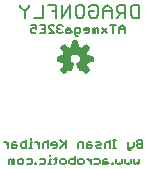
<source format=gbo>
G75*
%MOIN*%
%OFA0B0*%
%FSLAX24Y24*%
%IPPOS*%
%LPD*%
%AMOC8*
5,1,8,0,0,1.08239X$1,22.5*
%
%ADD10C,0.0050*%
%ADD11C,0.0080*%
%ADD12C,0.0059*%
D10*
X009195Y002603D02*
X009240Y002603D01*
X009330Y002513D01*
X009330Y002423D02*
X009330Y002603D01*
X009445Y002558D02*
X009445Y002423D01*
X009580Y002423D01*
X009625Y002468D01*
X009580Y002513D01*
X009445Y002513D01*
X009445Y002558D02*
X009490Y002603D01*
X009580Y002603D01*
X009739Y002558D02*
X009739Y002468D01*
X009784Y002423D01*
X009919Y002423D01*
X009919Y002693D01*
X009919Y002603D02*
X009784Y002603D01*
X009739Y002558D01*
X010026Y002423D02*
X010116Y002423D01*
X010071Y002423D02*
X010071Y002603D01*
X010116Y002603D01*
X010071Y002693D02*
X010071Y002738D01*
X010226Y002603D02*
X010271Y002603D01*
X010361Y002513D01*
X010361Y002423D02*
X010361Y002603D01*
X010476Y002558D02*
X010476Y002423D01*
X010656Y002423D02*
X010656Y002693D01*
X010611Y002603D02*
X010521Y002603D01*
X010476Y002558D01*
X010611Y002603D02*
X010656Y002558D01*
X010770Y002558D02*
X010770Y002513D01*
X010951Y002513D01*
X010951Y002468D02*
X010951Y002558D01*
X010906Y002603D01*
X010816Y002603D01*
X010770Y002558D01*
X010906Y002423D02*
X010951Y002468D01*
X010906Y002423D02*
X010816Y002423D01*
X011065Y002423D02*
X011200Y002558D01*
X011245Y002513D02*
X011065Y002693D01*
X011245Y002693D02*
X011245Y002423D01*
X011543Y002143D02*
X011543Y001873D01*
X011408Y001873D01*
X011362Y001918D01*
X011362Y002008D01*
X011408Y002053D01*
X011543Y002053D01*
X011657Y002008D02*
X011702Y002053D01*
X011792Y002053D01*
X011837Y002008D01*
X011837Y001918D01*
X011792Y001873D01*
X011702Y001873D01*
X011657Y001918D01*
X011657Y002008D01*
X011948Y002053D02*
X011993Y002053D01*
X012083Y001963D01*
X012083Y001873D02*
X012083Y002053D01*
X012197Y002053D02*
X012332Y002053D01*
X012377Y002008D01*
X012377Y001918D01*
X012332Y001873D01*
X012197Y001873D01*
X012492Y001873D02*
X012627Y001873D01*
X012672Y001918D01*
X012627Y001963D01*
X012492Y001963D01*
X012492Y002008D02*
X012492Y001873D01*
X012492Y002008D02*
X012537Y002053D01*
X012627Y002053D01*
X012774Y001918D02*
X012774Y001873D01*
X012819Y001873D01*
X012819Y001918D01*
X012774Y001918D01*
X012934Y001918D02*
X012934Y002053D01*
X013114Y002053D02*
X013114Y001918D01*
X013069Y001873D01*
X013024Y001918D01*
X012979Y001873D01*
X012934Y001918D01*
X013229Y001918D02*
X013229Y002053D01*
X013409Y002053D02*
X013409Y001918D01*
X013364Y001873D01*
X013319Y001918D01*
X013274Y001873D01*
X013229Y001918D01*
X013523Y001918D02*
X013523Y002053D01*
X013703Y002053D02*
X013703Y001918D01*
X013658Y001873D01*
X013613Y001918D01*
X013568Y001873D01*
X013523Y001918D01*
X013414Y002332D02*
X013369Y002332D01*
X013324Y002377D01*
X013324Y002603D01*
X013504Y002603D02*
X013504Y002468D01*
X013459Y002423D01*
X013324Y002423D01*
X013619Y002468D02*
X013664Y002423D01*
X013799Y002423D01*
X013799Y002693D01*
X013664Y002693D01*
X013619Y002648D01*
X013619Y002603D01*
X013664Y002558D01*
X013799Y002558D01*
X013664Y002558D02*
X013619Y002513D01*
X013619Y002468D01*
X012915Y002423D02*
X012825Y002423D01*
X012870Y002423D02*
X012870Y002693D01*
X012915Y002693D02*
X012825Y002693D01*
X012719Y002693D02*
X012719Y002423D01*
X012538Y002423D02*
X012538Y002558D01*
X012583Y002603D01*
X012674Y002603D01*
X012719Y002558D01*
X012424Y002558D02*
X012379Y002513D01*
X012289Y002513D01*
X012244Y002468D01*
X012289Y002423D01*
X012424Y002423D01*
X012129Y002468D02*
X012084Y002513D01*
X011949Y002513D01*
X011949Y002558D02*
X011949Y002423D01*
X012084Y002423D01*
X012129Y002468D01*
X012084Y002603D02*
X011994Y002603D01*
X011949Y002558D01*
X011835Y002603D02*
X011699Y002603D01*
X011654Y002558D01*
X011654Y002423D01*
X011835Y002423D02*
X011835Y002603D01*
X012244Y002603D02*
X012379Y002603D01*
X012424Y002558D01*
X011248Y002008D02*
X011248Y001918D01*
X011203Y001873D01*
X011113Y001873D01*
X011068Y001918D01*
X011068Y002008D01*
X011113Y002053D01*
X011203Y002053D01*
X011248Y002008D01*
X010953Y002053D02*
X010863Y002053D01*
X010908Y002098D02*
X010908Y001918D01*
X010863Y001873D01*
X010757Y001873D02*
X010667Y001873D01*
X010712Y001873D02*
X010712Y002053D01*
X010757Y002053D01*
X010712Y002143D02*
X010712Y002188D01*
X010560Y002008D02*
X010515Y002053D01*
X010380Y002053D01*
X010560Y002008D02*
X010560Y001918D01*
X010515Y001873D01*
X010380Y001873D01*
X010266Y001873D02*
X010221Y001873D01*
X010221Y001918D01*
X010266Y001918D01*
X010266Y001873D01*
X010118Y001918D02*
X010118Y002008D01*
X010073Y002053D01*
X009938Y002053D01*
X009824Y002008D02*
X009779Y002053D01*
X009689Y002053D01*
X009644Y002008D01*
X009644Y001918D01*
X009689Y001873D01*
X009779Y001873D01*
X009824Y001918D01*
X009824Y002008D01*
X009938Y001873D02*
X010073Y001873D01*
X010118Y001918D01*
X009529Y001873D02*
X009529Y002053D01*
X009484Y002053D01*
X009439Y002008D01*
X009394Y002053D01*
X009349Y002008D01*
X009349Y001873D01*
X009439Y001873D02*
X009439Y002008D01*
X011601Y006157D02*
X011556Y006202D01*
X011556Y006428D01*
X011691Y006428D01*
X011736Y006383D01*
X011736Y006293D01*
X011691Y006248D01*
X011556Y006248D01*
X011601Y006157D02*
X011646Y006157D01*
X011442Y006293D02*
X011397Y006248D01*
X011261Y006248D01*
X011261Y006383D01*
X011306Y006428D01*
X011397Y006428D01*
X011397Y006338D02*
X011261Y006338D01*
X011147Y006293D02*
X011102Y006248D01*
X011012Y006248D01*
X010967Y006293D01*
X010967Y006338D01*
X011012Y006383D01*
X011057Y006383D01*
X011012Y006383D02*
X010967Y006428D01*
X010967Y006473D01*
X011012Y006518D01*
X011102Y006518D01*
X011147Y006473D01*
X011397Y006338D02*
X011442Y006293D01*
X011851Y006338D02*
X012031Y006338D01*
X012031Y006293D02*
X012031Y006383D01*
X011986Y006428D01*
X011896Y006428D01*
X011851Y006383D01*
X011851Y006338D01*
X011896Y006248D02*
X011986Y006248D01*
X012031Y006293D01*
X012145Y006248D02*
X012145Y006383D01*
X012190Y006428D01*
X012235Y006383D01*
X012235Y006248D01*
X012326Y006248D02*
X012326Y006428D01*
X012281Y006428D01*
X012235Y006383D01*
X012440Y006428D02*
X012620Y006248D01*
X012620Y006428D02*
X012440Y006248D01*
X012825Y006248D02*
X012825Y006518D01*
X012915Y006518D02*
X012735Y006518D01*
X013029Y006428D02*
X013029Y006248D01*
X013210Y006248D02*
X013210Y006428D01*
X013119Y006518D01*
X013029Y006428D01*
X013029Y006383D02*
X013210Y006383D01*
X010852Y006473D02*
X010807Y006518D01*
X010717Y006518D01*
X010672Y006473D01*
X010672Y006428D01*
X010852Y006248D01*
X010672Y006248D01*
X010558Y006248D02*
X010377Y006248D01*
X010263Y006293D02*
X010218Y006248D01*
X010128Y006248D01*
X010083Y006293D01*
X010083Y006383D01*
X010128Y006428D01*
X010173Y006428D01*
X010263Y006383D01*
X010263Y006518D01*
X010083Y006518D01*
X010377Y006518D02*
X010558Y006518D01*
X010558Y006248D01*
X010558Y006383D02*
X010468Y006383D01*
D11*
X010472Y006763D02*
X010192Y006763D01*
X010472Y006763D02*
X010472Y007183D01*
X010652Y007183D02*
X010932Y007183D01*
X010932Y006763D01*
X011112Y006763D02*
X011112Y007183D01*
X010932Y006973D02*
X010792Y006973D01*
X011112Y006763D02*
X011393Y007183D01*
X011393Y006763D01*
X011573Y006833D02*
X011573Y007113D01*
X011643Y007183D01*
X011783Y007183D01*
X011853Y007113D01*
X011853Y006833D01*
X011783Y006763D01*
X011643Y006763D01*
X011573Y006833D01*
X012033Y006833D02*
X012033Y006973D01*
X012173Y006973D01*
X012313Y007113D02*
X012313Y006833D01*
X012243Y006763D01*
X012103Y006763D01*
X012033Y006833D01*
X012033Y007113D02*
X012103Y007183D01*
X012243Y007183D01*
X012313Y007113D01*
X012493Y007043D02*
X012493Y006763D01*
X012774Y006763D02*
X012774Y007043D01*
X012634Y007183D01*
X012493Y007043D01*
X012493Y006973D02*
X012774Y006973D01*
X012954Y006973D02*
X013024Y006903D01*
X013234Y006903D01*
X013094Y006903D02*
X012954Y006763D01*
X012954Y006973D02*
X012954Y007113D01*
X013024Y007183D01*
X013234Y007183D01*
X013234Y006763D01*
X013414Y006833D02*
X013414Y007113D01*
X013484Y007183D01*
X013695Y007183D01*
X013695Y006763D01*
X013484Y006763D01*
X013414Y006833D01*
X010011Y007113D02*
X009871Y006973D01*
X009871Y006763D01*
X009871Y006973D02*
X009731Y007113D01*
X009731Y007183D01*
X010011Y007183D02*
X010011Y007113D01*
D12*
X011488Y005966D02*
X011631Y005966D01*
X011651Y005776D01*
X011715Y005755D01*
X011775Y005724D01*
X011923Y005845D01*
X012025Y005744D01*
X011904Y005595D01*
X011935Y005535D01*
X011955Y005471D01*
X012146Y005452D01*
X012146Y005308D01*
X011955Y005289D01*
X011935Y005225D01*
X011904Y005165D01*
X012025Y005016D01*
X011923Y004915D01*
X011775Y005036D01*
X011715Y005005D01*
X011630Y005209D01*
X011668Y005231D01*
X011700Y005260D01*
X011724Y005296D01*
X011739Y005337D01*
X011744Y005380D01*
X011739Y005424D01*
X011723Y005465D01*
X011698Y005502D01*
X011665Y005531D01*
X011626Y005552D01*
X011584Y005563D01*
X011539Y005563D01*
X011496Y005553D01*
X011457Y005533D01*
X011423Y005505D01*
X011398Y005469D01*
X011381Y005428D01*
X011375Y005384D01*
X011379Y005340D01*
X011394Y005298D01*
X011418Y005261D01*
X011450Y005231D01*
X011489Y005209D01*
X011404Y005005D01*
X011344Y005036D01*
X011196Y004915D01*
X011094Y005016D01*
X011215Y005165D01*
X011184Y005225D01*
X011164Y005289D01*
X010973Y005308D01*
X010973Y005452D01*
X011164Y005471D01*
X011184Y005535D01*
X011215Y005595D01*
X011094Y005744D01*
X011196Y005845D01*
X011344Y005724D01*
X011404Y005755D01*
X011468Y005776D01*
X011488Y005966D01*
X011484Y005936D02*
X011635Y005936D01*
X011640Y005878D02*
X011479Y005878D01*
X011473Y005820D02*
X011646Y005820D01*
X011691Y005763D02*
X011428Y005763D01*
X011297Y005763D02*
X011113Y005763D01*
X011125Y005705D02*
X011994Y005705D01*
X012006Y005763D02*
X011822Y005763D01*
X011893Y005820D02*
X011948Y005820D01*
X011947Y005648D02*
X011172Y005648D01*
X011213Y005590D02*
X011906Y005590D01*
X011936Y005533D02*
X011663Y005533D01*
X011716Y005475D02*
X011954Y005475D01*
X012146Y005418D02*
X011740Y005418D01*
X011742Y005360D02*
X012146Y005360D01*
X012091Y005302D02*
X011726Y005302D01*
X011683Y005245D02*
X011941Y005245D01*
X011915Y005187D02*
X011639Y005187D01*
X011663Y005130D02*
X011932Y005130D01*
X011979Y005072D02*
X011687Y005072D01*
X011711Y005015D02*
X011734Y005015D01*
X011800Y005015D02*
X012023Y005015D01*
X011966Y004957D02*
X011871Y004957D01*
X011456Y005130D02*
X011187Y005130D01*
X011204Y005187D02*
X011480Y005187D01*
X011436Y005245D02*
X011178Y005245D01*
X011028Y005302D02*
X011393Y005302D01*
X011377Y005360D02*
X010973Y005360D01*
X010973Y005418D02*
X011380Y005418D01*
X011402Y005475D02*
X011165Y005475D01*
X011184Y005533D02*
X011456Y005533D01*
X011227Y005820D02*
X011171Y005820D01*
X011140Y005072D02*
X011432Y005072D01*
X011408Y005015D02*
X011385Y005015D01*
X011319Y005015D02*
X011096Y005015D01*
X011153Y004957D02*
X011248Y004957D01*
M02*

</source>
